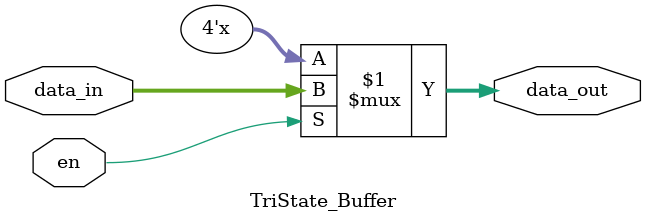
<source format=sv>
module TriState_NAND(
    input en,
    input [3:0] a, b,
    output [3:0] y
);
    // Internal signals
    wire [3:0] nand_result;
    
    // Instantiate NAND operation submodule
    NAND_Operator nand_op (
        .a(a),
        .b(b),
        .result(nand_result)
    );
    
    // Instantiate tri-state buffer submodule
    TriState_Buffer tri_buf (
        .en(en),
        .data_in(nand_result),
        .data_out(y)
    );
endmodule

// Submodule for NAND operation
module NAND_Operator(
    input [3:0] a,
    input [3:0] b,
    output [3:0] result
);
    // Optimized NAND operation
    assign result = ~(a & b);
endmodule

// Submodule for tri-state buffer
module TriState_Buffer(
    input en,
    input [3:0] data_in,
    output [3:0] data_out
);
    // Tri-state buffer implementation
    assign data_out = en ? data_in : 4'bzzzz;
endmodule
</source>
